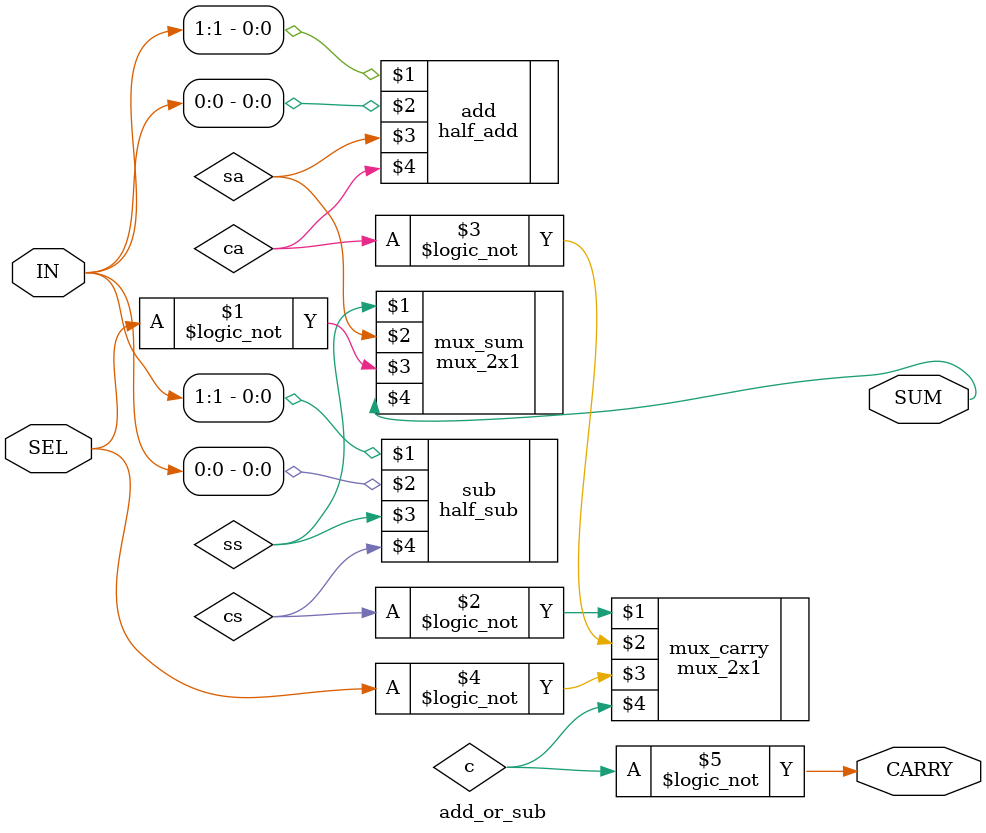
<source format=v>
module add_or_sub(input [1:0] IN, input SEL, output SUM, CARRY);
wire ca,cs,sa,ss,c;
half_add add(IN[1],IN[0],sa,ca);
half_sub sub(IN[1],IN[0],ss,cs);
mux_2x1 mux_sum(ss,sa,!SEL,SUM);
mux_2x1 mux_carry(!cs,!ca,!SEL,c);
assign CARRY = !c;
endmodule 
</source>
